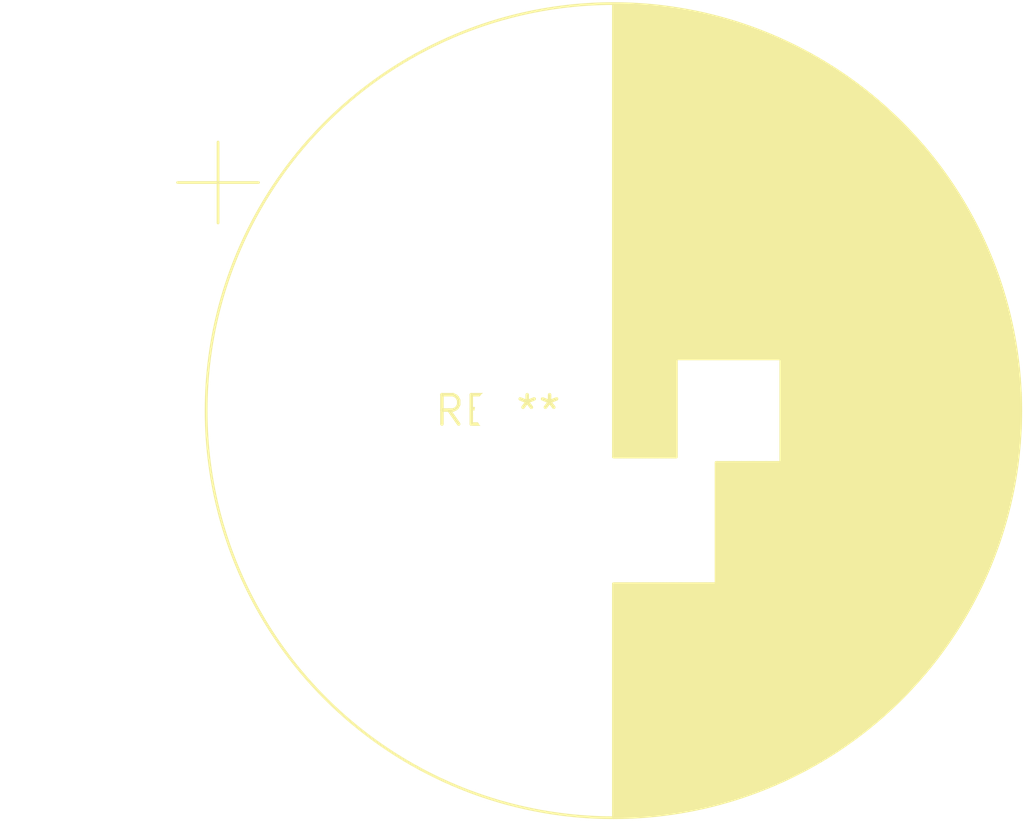
<source format=kicad_pcb>
(kicad_pcb (version 20240108) (generator pcbnew)
  (layers (0 "F.Cu" signal) (31 "B.Cu" signal) (34 "B.Paste" user) (35 "F.Paste" user) (36 "B.SilkS" user "B.Silkscreen") (37 "F.SilkS" user "F.Silkscreen") (38 "B.Mask" user) (39 "F.Mask" user) (44 "Edge.Cuts" user))
  (net 0 "")
  (footprint "CP_Radial_D35.0mm_P10.00mm_3pin_SnapIn" (layer "F.Cu") (at 0 0)
    (property "Reference" "REF**")
    (property "Value" "CP_Radial_D35.0mm_P10.00mm_3pin_SnapIn")
    (pad "1" thru_hole rect (at 0 0) (size 4 4) (drill 2) (layers *.Cu *.Mask) (remove_unused_layers))
    (pad "2" thru_hole circle (at 6.7 4.75) (size 5 5) (drill 2.5) (layers *.Cu *.Mask) (remove_unused_layers))
    (pad "2" thru_hole circle (at 10 0) (size 4 4) (drill 2) (layers *.Cu *.Mask) (remove_unused_layers))
  )
)
</source>
